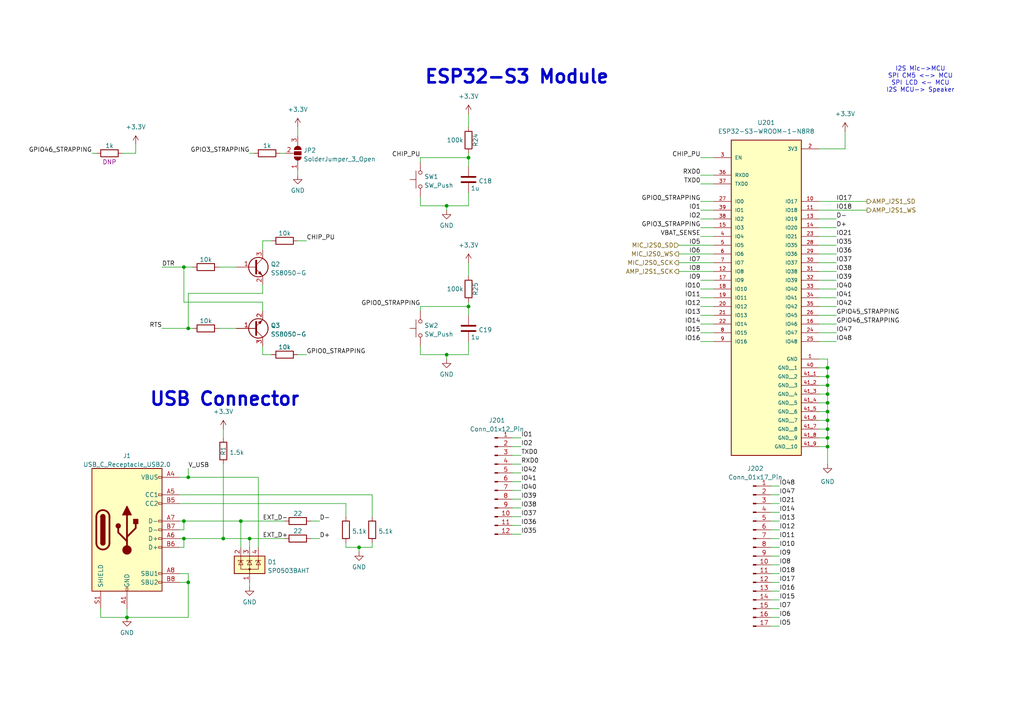
<source format=kicad_sch>
(kicad_sch (version 20250114) (generator "eeschema") (generator_version "9.0")
  (paper "A4")
  (lib_symbols
    (symbol "Connector:Conn_01x12_Pin" (pin_names (offset 1.016) (hide yes))
      (property "Reference" "J" (at 0 15.24 0))
      (property "Value" "Conn_01x12_Pin" (at 0 -17.78 0))
      (symbol "Conn_01x12_Pin_1_1"
        (rectangle (start 0.8636 12.827) (end 0 12.573) (stroke (width 0.1524)) (fill (type outline)))
        (rectangle (start 0.8636 10.287) (end 0 10.033) (stroke (width 0.1524)) (fill (type outline)))
        (rectangle (start 0.8636 7.747) (end 0 7.493) (stroke (width 0.1524)) (fill (type outline)))
        (rectangle (start 0.8636 5.207) (end 0 4.953) (stroke (width 0.1524)) (fill (type outline)))
        (rectangle (start 0.8636 2.667) (end 0 2.413) (stroke (width 0.1524)) (fill (type outline)))
        (rectangle (start 0.8636 0.127) (end 0 -0.127) (stroke (width 0.1524)) (fill (type outline)))
        (rectangle (start 0.8636 -2.413) (end 0 -2.667) (stroke (width 0.1524)) (fill (type outline)))
        (rectangle (start 0.8636 -4.953) (end 0 -5.207) (stroke (width 0.1524)) (fill (type outline)))
        (rectangle (start 0.8636 -7.493) (end 0 -7.747) (stroke (width 0.1524)) (fill (type outline)))
        (rectangle (start 0.8636 -10.033) (end 0 -10.287) (stroke (width 0.1524)) (fill (type outline)))
        (rectangle (start 0.8636 -12.573) (end 0 -12.827) (stroke (width 0.1524)) (fill (type outline)))
        (rectangle (start 0.8636 -15.113) (end 0 -15.367) (stroke (width 0.1524)) (fill (type outline)))
        (polyline (pts (xy 1.27 12.7) (xy 0.8636 12.7)) (stroke (width 0.1524)))
        (polyline (pts (xy 1.27 10.16) (xy 0.8636 10.16)) (stroke (width 0.1524)))
        (polyline (pts (xy 1.27 7.62) (xy 0.8636 7.62)) (stroke (width 0.1524)))
        (polyline (pts (xy 1.27 5.08) (xy 0.8636 5.08)) (stroke (width 0.1524)))
        (polyline (pts (xy 1.27 2.54) (xy 0.8636 2.54)) (stroke (width 0.1524)))
        (polyline (pts (xy 1.27 0) (xy 0.8636 0)) (stroke (width 0.1524)))
        (polyline (pts (xy 1.27 -2.54) (xy 0.8636 -2.54)) (stroke (width 0.1524)))
        (polyline (pts (xy 1.27 -5.08) (xy 0.8636 -5.08)) (stroke (width 0.1524)))
        (polyline (pts (xy 1.27 -7.62) (xy 0.8636 -7.62)) (stroke (width 0.1524)))
        (polyline (pts (xy 1.27 -10.16) (xy 0.8636 -10.16)) (stroke (width 0.1524)))
        (polyline (pts (xy 1.27 -12.7) (xy 0.8636 -12.7)) (stroke (width 0.1524)))
        (polyline (pts (xy 1.27 -15.24) (xy 0.8636 -15.24)) (stroke (width 0.1524)))
        (pin passive line (at 5.08 12.7 180) (length 3.81) (name "Pin_1") (number "1"))
        (pin passive line (at 5.08 10.16 180) (length 3.81) (name "Pin_2") (number "2"))
        (pin passive line (at 5.08 7.62 180) (length 3.81) (name "Pin_3") (number "3"))
        (pin passive line (at 5.08 5.08 180) (length 3.81) (name "Pin_4") (number "4"))
        (pin passive line (at 5.08 2.54 180) (length 3.81) (name "Pin_5") (number "5"))
        (pin passive line (at 5.08 0 180) (length 3.81) (name "Pin_6") (number "6"))
        (pin passive line (at 5.08 -2.54 180) (length 3.81) (name "Pin_7") (number "7"))
        (pin passive line (at 5.08 -5.08 180) (length 3.81) (name "Pin_8") (number "8"))
        (pin passive line (at 5.08 -7.62 180) (length 3.81) (name "Pin_9") (number "9"))
        (pin passive line (at 5.08 -10.16 180) (length 3.81) (name "Pin_10") (number "10"))
        (pin passive line (at 5.08 -12.7 180) (length 3.81) (name "Pin_11") (number "11"))
        (pin passive line (at 5.08 -15.24 180) (length 3.81) (name "Pin_12") (number "12"))
      )
    )
    (symbol "Connector:Conn_01x17_Pin" (pin_names (offset 1.016) (hide yes))
      (property "Reference" "J" (at 0 22.86 0))
      (property "Value" "Conn_01x17_Pin" (at 0 -22.86 0))
      (symbol "Conn_01x17_Pin_1_1"
        (rectangle (start 0.8636 20.447) (end 0 20.193) (stroke (width 0.1524)) (fill (type outline)))
        (rectangle (start 0.8636 17.907) (end 0 17.653) (stroke (width 0.1524)) (fill (type outline)))
        (rectangle (start 0.8636 15.367) (end 0 15.113) (stroke (width 0.1524)) (fill (type outline)))
        (rectangle (start 0.8636 12.827) (end 0 12.573) (stroke (width 0.1524)) (fill (type outline)))
        (rectangle (start 0.8636 10.287) (end 0 10.033) (stroke (width 0.1524)) (fill (type outline)))
        (rectangle (start 0.8636 7.747) (end 0 7.493) (stroke (width 0.1524)) (fill (type outline)))
        (rectangle (start 0.8636 5.207) (end 0 4.953) (stroke (width 0.1524)) (fill (type outline)))
        (rectangle (start 0.8636 2.667) (end 0 2.413) (stroke (width 0.1524)) (fill (type outline)))
        (rectangle (start 0.8636 0.127) (end 0 -0.127) (stroke (width 0.1524)) (fill (type outline)))
        (rectangle (start 0.8636 -2.413) (end 0 -2.667) (stroke (width 0.1524)) (fill (type outline)))
        (rectangle (start 0.8636 -4.953) (end 0 -5.207) (stroke (width 0.1524)) (fill (type outline)))
        (rectangle (start 0.8636 -7.493) (end 0 -7.747) (stroke (width 0.1524)) (fill (type outline)))
        (rectangle (start 0.8636 -10.033) (end 0 -10.287) (stroke (width 0.1524)) (fill (type outline)))
        (rectangle (start 0.8636 -12.573) (end 0 -12.827) (stroke (width 0.1524)) (fill (type outline)))
        (rectangle (start 0.8636 -15.113) (end 0 -15.367) (stroke (width 0.1524)) (fill (type outline)))
        (rectangle (start 0.8636 -17.653) (end 0 -17.907) (stroke (width 0.1524)) (fill (type outline)))
        (rectangle (start 0.8636 -20.193) (end 0 -20.447) (stroke (width 0.1524)) (fill (type outline)))
        (polyline (pts (xy 1.27 20.32) (xy 0.8636 20.32)) (stroke (width 0.1524)))
        (polyline (pts (xy 1.27 17.78) (xy 0.8636 17.78)) (stroke (width 0.1524)))
        (polyline (pts (xy 1.27 15.24) (xy 0.8636 15.24)) (stroke (width 0.1524)))
        (polyline (pts (xy 1.27 12.7) (xy 0.8636 12.7)) (stroke (width 0.1524)))
        (polyline (pts (xy 1.27 10.16) (xy 0.8636 10.16)) (stroke (width 0.1524)))
        (polyline (pts (xy 1.27 7.62) (xy 0.8636 7.62)) (stroke (width 0.1524)))
        (polyline (pts (xy 1.27 5.08) (xy 0.8636 5.08)) (stroke (width 0.1524)))
        (polyline (pts (xy 1.27 2.54) (xy 0.8636 2.54)) (stroke (width 0.1524)))
        (polyline (pts (xy 1.27 0) (xy 0.8636 0)) (stroke (width 0.1524)))
        (polyline (pts (xy 1.27 -2.54) (xy 0.8636 -2.54)) (stroke (width 0.1524)))
        (polyline (pts (xy 1.27 -5.08) (xy 0.8636 -5.08)) (stroke (width 0.1524)))
        (polyline (pts (xy 1.27 -7.62) (xy 0.8636 -7.62)) (stroke (width 0.1524)))
        (polyline (pts (xy 1.27 -10.16) (xy 0.8636 -10.16)) (stroke (width 0.1524)))
        (polyline (pts (xy 1.27 -12.7) (xy 0.8636 -12.7)) (stroke (width 0.1524)))
        (polyline (pts (xy 1.27 -15.24) (xy 0.8636 -15.24)) (stroke (width 0.1524)))
        (polyline (pts (xy 1.27 -17.78) (xy 0.8636 -17.78)) (stroke (width 0.1524)))
        (polyline (pts (xy 1.27 -20.32) (xy 0.8636 -20.32)) (stroke (width 0.1524)))
        (pin passive line (at 5.08 20.32 180) (length 3.81) (name "Pin_1") (number "1"))
        (pin passive line (at 5.08 17.78 180) (length 3.81) (name "Pin_2") (number "2"))
        (pin passive line (at 5.08 15.24 180) (length 3.81) (name "Pin_3") (number "3"))
        (pin passive line (at 5.08 12.7 180) (length 3.81) (name "Pin_4") (number "4"))
        (pin passive line (at 5.08 10.16 180) (length 3.81) (name "Pin_5") (number "5"))
        (pin passive line (at 5.08 7.62 180) (length 3.81) (name "Pin_6") (number "6"))
        (pin passive line (at 5.08 5.08 180) (length 3.81) (name "Pin_7") (number "7"))
        (pin passive line (at 5.08 2.54 180) (length 3.81) (name "Pin_8") (number "8"))
        (pin passive line (at 5.08 0 180) (length 3.81) (name "Pin_9") (number "9"))
        (pin passive line (at 5.08 -2.54 180) (length 3.81) (name "Pin_10") (number "10"))
        (pin passive line (at 5.08 -5.08 180) (length 3.81) (name "Pin_11") (number "11"))
        (pin passive line (at 5.08 -7.62 180) (length 3.81) (name "Pin_12") (number "12"))
        (pin passive line (at 5.08 -10.16 180) (length 3.81) (name "Pin_13") (number "13"))
        (pin passive line (at 5.08 -12.7 180) (length 3.81) (name "Pin_14") (number "14"))
        (pin passive line (at 5.08 -15.24 180) (length 3.81) (name "Pin_15") (number "15"))
        (pin passive line (at 5.08 -17.78 180) (length 3.81) (name "Pin_16") (number "16"))
        (pin passive line (at 5.08 -20.32 180) (length 3.81) (name "Pin_17") (number "17"))
      )
    )
    (symbol "Connector:USB_C_Receptacle_USB2.0" (pin_names (offset 1.016))
      (property "Reference" "J" (at -10.16 19.05 0))
      (property "Value" "USB_C_Receptacle_USB2.0" (at 19.05 19.05 0))
      (symbol "USB_C_Receptacle_USB2.0_0_0"
        (rectangle (start -0.254 -17.78) (end 0.254 -16.764))
        (rectangle (start 10.16 15.494) (end 9.144 14.986))
        (rectangle (start 10.16 10.414) (end 9.144 9.906))
        (rectangle (start 10.16 7.874) (end 9.144 7.366))
        (rectangle (start 10.16 2.794) (end 9.144 2.286))
        (rectangle (start 10.16 0.254) (end 9.144 -0.254))
        (rectangle (start 10.16 -2.286) (end 9.144 -2.794))
        (rectangle (start 10.16 -4.826) (end 9.144 -5.334))
        (rectangle (start 10.16 -12.446) (end 9.144 -12.954))
        (rectangle (start 10.16 -14.986) (end 9.144 -15.494))
      )
      (symbol "USB_C_Receptacle_USB2.0_0_1"
        (rectangle (start -10.16 17.78) (end 10.16 -17.78) (stroke (width 0.254)) (fill (type background)))
        (polyline (pts (xy -8.89 -3.81) (xy -8.89 3.81)) (stroke (width 0.508)))
        (rectangle (start -7.62 -3.81) (end -6.35 3.81) (stroke (width 0.254)) (fill (type outline)))
        (arc (start -7.62 3.81) (mid -6.985 4.4422) (end -6.35 3.81) (stroke (width 0.254)))
        (arc (start -7.62 3.81) (mid -6.985 4.4422) (end -6.35 3.81) (stroke (width 0.254)) (fill (type outline)))
        (arc (start -8.89 3.81) (mid -6.985 5.7066) (end -5.08 3.81) (stroke (width 0.508)))
        (arc (start -5.08 -3.81) (mid -6.985 -5.7066) (end -8.89 -3.81) (stroke (width 0.508)))
        (arc (start -6.35 -3.81) (mid -6.985 -4.4422) (end -7.62 -3.81) (stroke (width 0.254)))
        (arc (start -6.35 -3.81) (mid -6.985 -4.4422) (end -7.62 -3.81) (stroke (width 0.254)) (fill (type outline)))
        (polyline (pts (xy -5.08 3.81) (xy -5.08 -3.81)) (stroke (width 0.508)))
        (circle (center -2.54 1.143) (radius 0.635) (stroke (width 0.254)) (fill (type outline)))
        (polyline (pts (xy -1.27 4.318) (xy 0 6.858) (xy 1.27 4.318) (xy -1.27 4.318)) (stroke (width 0.254)) (fill (type outline)))
        (polyline (pts (xy 0 -2.032) (xy 2.54 0.508) (xy 2.54 1.778)) (stroke (width 0.508)))
        (polyline (pts (xy 0 -3.302) (xy -2.54 -0.762) (xy -2.54 0.508)) (stroke (width 0.508)))
        (polyline (pts (xy 0 -5.842) (xy 0 4.318)) (stroke (width 0.508)))
        (circle (center 0 -5.842) (radius 1.27) (fill (type outline)))
        (rectangle (start 1.905 1.778) (end 3.175 3.048) (stroke (width 0.254)) (fill (type outline)))
      )
      (symbol "USB_C_Receptacle_USB2.0_1_1"
        (pin passive line (at -7.62 -22.86 90) (length 5.08) (name "SHIELD") (number "S1"))
        (pin passive line (at 0 -22.86 90) (length 5.08) (name "GND") (number "A1"))
        (pin passive line (at 0 -22.86 90) (length 5.08) (hide yes) (name "GND") (number "A12"))
        (pin passive line (at 0 -22.86 90) (length 5.08) (hide yes) (name "GND") (number "B1"))
        (pin passive line (at 0 -22.86 90) (length 5.08) (hide yes) (name "GND") (number "B12"))
        (pin passive line (at 15.24 15.24 180) (length 5.08) (name "VBUS") (number "A4"))
        (pin passive line (at 15.24 15.24 180) (length 5.08) (hide yes) (name "VBUS") (number "A9"))
        (pin passive line (at 15.24 15.24 180) (length 5.08) (hide yes) (name "VBUS") (number "B4"))
        (pin passive line (at 15.24 15.24 180) (length 5.08) (hide yes) (name "VBUS") (number "B9"))
        (pin bidirectional line (at 15.24 10.16 180) (length 5.08) (name "CC1") (number "A5"))
        (pin bidirectional line (at 15.24 7.62 180) (length 5.08) (name "CC2") (number "B5"))
        (pin bidirectional line (at 15.24 2.54 180) (length 5.08) (name "D-") (number "A7"))
        (pin bidirectional line (at 15.24 0 180) (length 5.08) (name "D-") (number "B7"))
        (pin bidirectional line (at 15.24 -2.54 180) (length 5.08) (name "D+") (number "A6"))
        (pin bidirectional line (at 15.24 -5.08 180) (length 5.08) (name "D+") (number "B6"))
        (pin bidirectional line (at 15.24 -12.7 180) (length 5.08) (name "SBU1") (number "A8"))
        (pin bidirectional line (at 15.24 -15.24 180) (length 5.08) (name "SBU2") (number "B8"))
      )
    )
    (symbol "Device:Q_NPN_BEC" (pin_names (offset 0) (hide yes))
      (property "Reference" "Q" (at 5.08 1.27 0))
      (property "Value" "Q_NPN_BEC" (at 5.08 -1.27 0))
      (symbol "Q_NPN_BEC_0_1"
        (polyline (pts (xy 0.635 1.905) (xy 0.635 -1.905) (xy 0.635 -1.905)) (stroke (width 0.508)))
        (polyline (pts (xy 0.635 0.635) (xy 2.54 2.54)))
        (polyline (pts (xy 0.635 -0.635) (xy 2.54 -2.54) (xy 2.54 -2.54)))
        (circle (center 1.27 0) (radius 2.8194) (stroke (width 0.254)))
        (polyline (pts (xy 1.27 -1.778) (xy 1.778 -1.27) (xy 2.286 -2.286) (xy 1.27 -1.778) (xy 1.27 -1.778)) (fill (type outline)))
      )
      (symbol "Q_NPN_BEC_1_1"
        (pin input line (at -5.08 0 0) (length 5.715) (name "B") (number "1"))
        (pin passive line (at 2.54 5.08 270) (length 2.54) (name "C") (number "3"))
        (pin passive line (at 2.54 -5.08 90) (length 2.54) (name "E") (number "2"))
      )
    )
    (symbol "ESP32-S3-WROOM-1-N8R8:ESP32-S3-WROOM-1-N8R8" (pin_names (offset 1.016))
      (property "Reference" "U" (at -10.16 34.1122 0))
      (property "Value" "ESP32-S3-WROOM-1-N8R8" (at -10.16 -60.96 0))
      (symbol "ESP32-S3-WROOM-1-N8R8_0_0"
        (rectangle (start -10.16 -58.42) (end 10.16 33.02) (stroke (width 0.254)) (fill (type background)))
        (pin input line (at -15.24 27.94 0) (length 5.08) (name "EN") (number "3"))
        (pin bidirectional line (at -15.24 22.86 0) (length 5.08) (name "RXD0") (number "36"))
        (pin bidirectional line (at -15.24 20.32 0) (length 5.08) (name "TXD0") (number "37"))
        (pin bidirectional line (at -15.24 15.24 0) (length 5.08) (name "IO0") (number "27"))
        (pin bidirectional line (at -15.24 12.7 0) (length 5.08) (name "IO1") (number "39"))
        (pin bidirectional line (at -15.24 10.16 0) (length 5.08) (name "IO2") (number "38"))
        (pin bidirectional line (at -15.24 7.62 0) (length 5.08) (name "IO3") (number "15"))
        (pin bidirectional line (at -15.24 5.08 0) (length 5.08) (name "IO4") (number "4"))
        (pin bidirectional line (at -15.24 2.54 0) (length 5.08) (name "IO5") (number "5"))
        (pin bidirectional line (at -15.24 0 0) (length 5.08) (name "IO6") (number "6"))
        (pin bidirectional line (at -15.24 -2.54 0) (length 5.08) (name "IO7") (number "7"))
        (pin bidirectional line (at -15.24 -5.08 0) (length 5.08) (name "IO8") (number "12"))
        (pin bidirectional line (at -15.24 -7.62 0) (length 5.08) (name "IO9") (number "17"))
        (pin bidirectional line (at -15.24 -10.16 0) (length 5.08) (name "IO10") (number "18"))
        (pin bidirectional line (at -15.24 -12.7 0) (length 5.08) (name "IO11") (number "19"))
        (pin bidirectional line (at -15.24 -15.24 0) (length 5.08) (name "IO12") (number "20"))
        (pin bidirectional line (at -15.24 -17.78 0) (length 5.08) (name "IO13") (number "21"))
        (pin bidirectional line (at -15.24 -20.32 0) (length 5.08) (name "IO14") (number "22"))
        (pin bidirectional line (at -15.24 -22.86 0) (length 5.08) (name "IO15") (number "8"))
        (pin bidirectional line (at -15.24 -25.4 0) (length 5.08) (name "IO16") (number "9"))
        (pin power_in line (at 15.24 30.48 180) (length 5.08) (name "3V3") (number "2"))
        (pin bidirectional line (at 15.24 15.24 180) (length 5.08) (name "IO17") (number "10"))
        (pin bidirectional line (at 15.24 12.7 180) (length 5.08) (name "IO18") (number "11"))
        (pin bidirectional line (at 15.24 10.16 180) (length 5.08) (name "IO19") (number "13"))
        (pin bidirectional line (at 15.24 7.62 180) (length 5.08) (name "IO20") (number "14"))
        (pin bidirectional line (at 15.24 5.08 180) (length 5.08) (name "IO21") (number "23"))
        (pin bidirectional line (at 15.24 2.54 180) (length 5.08) (name "IO35") (number "28"))
        (pin bidirectional line (at 15.24 0 180) (length 5.08) (name "IO36") (number "29"))
        (pin bidirectional line (at 15.24 -2.54 180) (length 5.08) (name "IO37") (number "30"))
        (pin bidirectional line (at 15.24 -5.08 180) (length 5.08) (name "IO38") (number "31"))
        (pin bidirectional line (at 15.24 -7.62 180) (length 5.08) (name "IO39") (number "32"))
        (pin bidirectional line (at 15.24 -10.16 180) (length 5.08) (name "IO40") (number "33"))
        (pin bidirectional line (at 15.24 -12.7 180) (length 5.08) (name "IO41") (number "34"))
        (pin bidirectional line (at 15.24 -15.24 180) (length 5.08) (name "IO42") (number "35"))
        (pin bidirectional line (at 15.24 -17.78 180) (length 5.08) (name "IO45") (number "26"))
        (pin bidirectional line (at 15.24 -20.32 180) (length 5.08) (name "IO46") (number "16"))
        (pin bidirectional line (at 15.24 -22.86 180) (length 5.08) (name "IO47") (number "24"))
        (pin bidirectional line (at 15.24 -25.4 180) (length 5.08) (name "IO48") (number "25"))
        (pin power_in line (at 15.24 -30.48 180) (length 5.08) (name "GND") (number "1"))
        (pin power_in line (at 15.24 -33.02 180) (length 5.08) (name "GND__1") (number "40"))
        (pin power_in line (at 15.24 -35.56 180) (length 5.08) (name "GND__2") (number "41_1"))
        (pin power_in line (at 15.24 -38.1 180) (length 5.08) (name "GND__3") (number "41_2"))
        (pin power_in line (at 15.24 -40.64 180) (length 5.08) (name "GND__4") (number "41_3"))
        (pin power_in line (at 15.24 -43.18 180) (length 5.08) (name "GND__5") (number "41_4"))
        (pin power_in line (at 15.24 -45.72 180) (length 5.08) (name "GND__6") (number "41_5"))
        (pin power_in line (at 15.24 -48.26 180) (length 5.08) (name "GND__7") (number "41_6"))
        (pin power_in line (at 15.24 -50.8 180) (length 5.08) (name "GND__8") (number "41_7"))
        (pin power_in line (at 15.24 -53.34 180) (length 5.08) (name "GND__9") (number "41_8"))
        (pin power_in line (at 15.24 -55.88 180) (length 5.08) (name "GND__10") (number "41_9"))
      )
    )
    (symbol "GND_1" (power) (pin_numbers (hide yes)) (pin_names (offset 0) (hide yes))
      (property "Value" "GND" (at 0 -3.81 0))
      (symbol "GND_1_0_1"
        (polyline (pts (xy 0 0) (xy 0 -1.27) (xy 1.27 -1.27) (xy 0 -2.54) (xy -1.27 -1.27) (xy 0 -1.27)))
      )
      (symbol "GND_1_1_1"
        (pin power_in line (at 0 0 270) (length 0) (name "~") (number "1"))
      )
    )
    (symbol "Jumper:SolderJumper_3_Open" (pin_names (offset 0) (hide yes))
      (property "Reference" "JP" (at -2.54 -2.54 0))
      (property "Value" "SolderJumper_3_Open" (at 0 2.794 0))
      (symbol "SolderJumper_3_Open_0_1"
        (polyline (pts (xy -2.54 0) (xy -2.032 0)))
        (polyline (pts (xy -1.016 1.016) (xy -1.016 -1.016)))
        (arc (start -1.016 -1.016) (mid -2.0275 0) (end -1.016 1.016))
        (arc (start -1.016 -1.016) (mid -2.0275 0) (end -1.016 1.016) (fill (type outline)))
        (rectangle (start -0.508 1.016) (end 0.508 -1.016) (fill (type outline)))
        (polyline (pts (xy 0 -1.27) (xy 0 -1.016)))
        (arc (start 1.016 1.016) (mid 2.0275 0) (end 1.016 -1.016))
        (arc (start 1.016 1.016) (mid 2.0275 0) (end 1.016 -1.016) (fill (type outline)))
        (polyline (pts (xy 1.016 1.016) (xy 1.016 -1.016)))
        (polyline (pts (xy 2.54 0) (xy 2.032 0)))
      )
      (symbol "SolderJumper_3_Open_1_1"
        (pin passive line (at -5.08 0 0) (length 2.54) (name "A") (number "1"))
        (pin passive line (at 0 -3.81 90) (length 2.54) (name "C") (number "2"))
        (pin passive line (at 5.08 0 180) (length 2.54) (name "B") (number "3"))
      )
    )
    (symbol "Power_Protection:SP0503BAHT" (pin_names (hide yes))
      (property "Reference" "D" (at 5.715 2.54 0))
      (property "Value" "SP0503BAHT" (at 5.715 0.635 0))
      (symbol "SP0503BAHT_0_0"
        (pin passive line (at 0 -5.08 90) (length 2.54) (name "A") (number "1"))
      )
      (symbol "SP0503BAHT_0_1"
        (rectangle (start -4.445 2.54) (end 4.445 -2.54) (stroke (width 0.254)) (fill (type background)))
        (polyline (pts (xy -3.302 1.016) (xy -3.302 1.27) (xy -1.905 1.27) (xy -1.778 1.27)))
        (polyline (pts (xy -2.54 2.54) (xy -2.54 1.27)))
        (polyline (pts (xy -2.54 1.27) (xy -2.54 -1.27) (xy 2.54 -1.27) (xy 2.54 1.27)))
        (polyline (pts (xy -2.54 1.27) (xy -1.905 0) (xy -3.175 0) (xy -2.54 1.27)))
        (polyline (pts (xy 0 2.54) (xy 0 1.27)))
        (polyline (pts (xy 0 -1.27) (xy 0 1.27)))
        (polyline (pts (xy 0 -1.27) (xy 0 -2.54)))
        (circle (center 0 -1.27) (radius 0.254) (fill (type outline)))
        (polyline (pts (xy 0.635 1.27) (xy 0.762 1.27)))
        (polyline (pts (xy 0.635 1.27) (xy -0.762 1.27) (xy -0.762 1.016)))
        (polyline (pts (xy 0.635 0) (xy -0.635 0) (xy 0 1.27) (xy 0.635 0)))
        (polyline (pts (xy 1.778 1.016) (xy 1.778 1.27) (xy 3.175 1.27) (xy 3.302 1.27)))
        (polyline (pts (xy 2.54 2.54) (xy 2.54 1.27)))
        (polyline (pts (xy 2.54 1.27) (xy 1.905 0) (xy 3.175 0) (xy 2.54 1.27)))
      )
      (symbol "SP0503BAHT_1_1"
        (pin passive line (at -2.54 5.08 270) (length 2.54) (name "K") (number "2"))
        (pin passive line (at 0 5.08 270) (length 2.54) (name "K") (number "3"))
        (pin passive line (at 2.54 5.08 270) (length 2.54) (name "K") (number "4"))
      )
    )
    (symbol "Switch:SW_Push" (pin_numbers (hide yes)) (pin_names (offset 1.016) (hide yes))
      (property "Reference" "SW" (at 1.27 2.54 0))
      (property "Value" "SW_Push" (at 0 -1.524 0))
      (symbol "SW_Push_0_1"
        (circle (center -2.032 0) (radius 0.508))
        (polyline (pts (xy 0 1.27) (xy 0 3.048)))
        (circle (center 2.032 0) (radius 0.508))
        (polyline (pts (xy 2.54 1.27) (xy -2.54 1.27)))
        (pin passive line (at -5.08 0 0) (length 2.54) (name "1") (number "1"))
        (pin passive line (at 5.08 0 180) (length 2.54) (name "2") (number "2"))
      )
    )
    (symbol "basic:C" (pin_numbers (hide yes)) (pin_names (offset 0.254))
      (property "Reference" "C" (at 0.635 2.54 0))
      (symbol "C_0_1"
        (polyline (pts (xy -2.032 0.762) (xy 2.032 0.762)) (stroke (width 0.508)))
        (polyline (pts (xy -2.032 -0.762) (xy 2.032 -0.762)) (stroke (width 0.508)))
      )
      (symbol "C_1_1"
        (pin passive line (at 0 3.81 270) (length 2.794) (name "~") (number "1"))
        (pin passive line (at 0 -3.81 90) (length 2.794) (name "~") (number "2"))
      )
    )
    (symbol "basic:R" (pin_numbers (hide yes)) (pin_names (offset 0))
      (property "Value" "R" (at 0 0 90))
      (symbol "R_0_1"
        (rectangle (start -1.016 -2.54) (end 1.016 2.54) (stroke (width 0.254)))
      )
      (symbol "R_1_1"
        (pin passive line (at 0 3.81 270) (length 1.27) (name "~") (number "1"))
        (pin passive line (at 0 -3.81 90) (length 1.27) (name "~") (number "2"))
      )
    )
    (symbol "power:+3.3V" (power) (pin_numbers (hide yes)) (pin_names (offset 0) (hide yes))
      (property "Value" "+3.3V" (at 0 3.556 0))
      (symbol "+3.3V_0_1"
        (polyline (pts (xy -0.762 1.27) (xy 0 2.54)))
        (polyline (pts (xy 0 2.54) (xy 0.762 1.27)))
        (polyline (pts (xy 0 0) (xy 0 2.54)))
      )
      (symbol "+3.3V_1_1"
        (pin power_in line (at 0 0 90) (length 0) (name "~") (number "1"))
      )
    )
    (symbol "power:GND" (power) (pin_names (offset 0))
      (property "Value" "GND" (at 0 -3.81 0))
      (symbol "GND_0_1"
        (polyline (pts (xy 0 0) (xy 0 -1.27) (xy 1.27 -1.27) (xy 0 -2.54) (xy -1.27 -1.27) (xy 0 -1.27)))
      )
      (symbol "GND_1_1"
        (pin power_in line (at 0 0 270) (length 0) (hide yes) (name "GND") (number "1"))
      )
    )
  )
  (text "I2S Mic->MCU\nSPI CM5 <-> MCU\nSPI LCD <- MCU\nI2S MCU-> Speaker" (at 266.954 23.114 0) (effects (font (size 1.27 1.27))))
  (text "ESP32-S3 Module" (at 122.936 24.638 0) (effects (font (size 3.81 3.81) (thickness 0.762) (bold yes)) (justify left bottom)))
  (text "USB Connector" (at 43.18 118.11 0) (effects (font (size 3.81 3.81) (thickness 0.762) (bold yes)) (justify left bottom)))
  (junction (at 69.85 151.13))
  (junction (at 240.03 129.54))
  (junction (at 240.03 121.92))
  (junction (at 54.61 95.25))
  (junction (at 240.03 109.22))
  (junction (at 54.61 168.91))
  (junction (at 240.03 111.76))
  (junction (at 54.61 138.43))
  (junction (at 240.03 106.68))
  (junction (at 240.03 116.84))
  (junction (at 129.54 59.69))
  (junction (at 135.89 45.72))
  (junction (at 104.14 158.75))
  (junction (at 240.03 127))
  (junction (at 36.83 179.07))
  (junction (at 64.77 156.21))
  (junction (at 53.34 151.13))
  (junction (at 53.34 77.47))
  (junction (at 240.03 114.3))
  (junction (at 240.03 124.46))
  (junction (at 53.34 156.21))
  (junction (at 129.54 102.87))
  (junction (at 240.03 119.38))
  (junction (at 72.39 156.21))
  (junction (at 135.89 88.9))
  (wire (pts (xy 86.36 36.83) (xy 86.36 39.37)))
  (wire (pts (xy 226.06 158.75) (xy 223.52 158.75)))
  (wire (pts (xy 196.85 71.12) (xy 207.01 71.12)))
  (wire (pts (xy 53.34 77.47) (xy 55.88 77.47)))
  (wire (pts (xy 203.2 45.72) (xy 207.01 45.72)))
  (wire (pts (xy 226.06 163.83) (xy 223.52 163.83)))
  (wire (pts (xy 69.85 151.13) (xy 82.55 151.13)))
  (wire (pts (xy 39.37 41.91) (xy 39.37 44.45)))
  (wire (pts (xy 237.49 127) (xy 240.03 127)))
  (wire (pts (xy 121.92 46.99) (xy 121.92 45.72)))
  (wire (pts (xy 54.61 168.91) (xy 52.07 168.91)))
  (wire (pts (xy 203.2 53.34) (xy 207.01 53.34)))
  (wire (pts (xy 237.49 104.14) (xy 240.03 104.14)))
  (wire (pts (xy 72.39 156.21) (xy 82.55 156.21)))
  (wire (pts (xy 151.13 152.4) (xy 148.59 152.4)))
  (wire (pts (xy 237.49 109.22) (xy 240.03 109.22)))
  (wire (pts (xy 151.13 132.08) (xy 148.59 132.08)))
  (wire (pts (xy 237.49 106.68) (xy 240.03 106.68)))
  (wire (pts (xy 76.2 85.09) (xy 54.61 85.09)))
  (wire (pts (xy 242.57 71.12) (xy 237.49 71.12)))
  (wire (pts (xy 203.2 86.36) (xy 207.01 86.36)))
  (wire (pts (xy 135.89 99.06) (xy 135.89 102.87)))
  (wire (pts (xy 121.92 45.72) (xy 135.89 45.72)))
  (wire (pts (xy 240.03 129.54) (xy 237.49 129.54)))
  (wire (pts (xy 53.34 156.21) (xy 64.77 156.21)))
  (wire (pts (xy 151.13 154.94) (xy 148.59 154.94)))
  (wire (pts (xy 151.13 137.16) (xy 148.59 137.16)))
  (wire (pts (xy 203.2 63.5) (xy 207.01 63.5)))
  (wire (pts (xy 90.17 156.21) (xy 92.71 156.21)))
  (wire (pts (xy 237.49 121.92) (xy 240.03 121.92)))
  (wire (pts (xy 53.34 151.13) (xy 69.85 151.13)))
  (wire (pts (xy 226.06 153.67) (xy 223.52 153.67)))
  (wire (pts (xy 76.2 102.87) (xy 78.74 102.87)))
  (wire (pts (xy 203.2 50.8) (xy 207.01 50.8)))
  (wire (pts (xy 107.95 158.75) (xy 104.14 158.75)))
  (wire (pts (xy 203.2 60.96) (xy 207.01 60.96)))
  (wire (pts (xy 240.03 129.54) (xy 240.03 134.62)))
  (wire (pts (xy 74.93 138.43) (xy 74.93 158.75)))
  (wire (pts (xy 240.03 116.84) (xy 240.03 119.38)))
  (wire (pts (xy 242.57 68.58) (xy 237.49 68.58)))
  (wire (pts (xy 54.61 179.07) (xy 36.83 179.07)))
  (wire (pts (xy 242.57 63.5) (xy 237.49 63.5)))
  (wire (pts (xy 242.57 81.28) (xy 237.49 81.28)))
  (wire (pts (xy 52.07 166.37) (xy 54.61 166.37)))
  (wire (pts (xy 242.57 88.9) (xy 237.49 88.9)))
  (wire (pts (xy 240.03 109.22) (xy 240.03 111.76)))
  (wire (pts (xy 242.57 96.52) (xy 237.49 96.52)))
  (wire (pts (xy 245.11 38.1) (xy 245.11 43.18)))
  (wire (pts (xy 54.61 85.09) (xy 54.61 95.25)))
  (wire (pts (xy 237.49 124.46) (xy 240.03 124.46)))
  (wire (pts (xy 237.49 111.76) (xy 240.03 111.76)))
  (wire (pts (xy 151.13 139.7) (xy 148.59 139.7)))
  (wire (pts (xy 52.07 153.67) (xy 53.34 153.67)))
  (wire (pts (xy 196.85 76.2) (xy 207.01 76.2)))
  (wire (pts (xy 76.2 69.85) (xy 76.2 72.39)))
  (wire (pts (xy 242.57 99.06) (xy 237.49 99.06)))
  (wire (pts (xy 240.03 104.14) (xy 240.03 106.68)))
  (wire (pts (xy 226.06 171.45) (xy 223.52 171.45)))
  (wire (pts (xy 121.92 59.69) (xy 129.54 59.69)))
  (wire (pts (xy 203.2 96.52) (xy 207.01 96.52)))
  (wire (pts (xy 53.34 87.63) (xy 53.34 77.47)))
  (wire (pts (xy 135.89 102.87) (xy 129.54 102.87)))
  (wire (pts (xy 63.5 77.47) (xy 68.58 77.47)))
  (wire (pts (xy 64.77 156.21) (xy 72.39 156.21)))
  (wire (pts (xy 52.07 156.21) (xy 53.34 156.21)))
  (wire (pts (xy 135.89 88.9) (xy 135.89 91.44)))
  (wire (pts (xy 237.49 114.3) (xy 240.03 114.3)))
  (wire (pts (xy 54.61 138.43) (xy 54.61 135.89)))
  (wire (pts (xy 76.2 100.33) (xy 76.2 102.87)))
  (wire (pts (xy 64.77 134.62) (xy 64.77 156.21)))
  (wire (pts (xy 226.06 179.07) (xy 223.52 179.07)))
  (wire (pts (xy 86.36 102.87) (xy 88.9 102.87)))
  (wire (pts (xy 226.06 143.51) (xy 223.52 143.51)))
  (wire (pts (xy 46.99 77.47) (xy 53.34 77.47)))
  (wire (pts (xy 52.07 151.13) (xy 53.34 151.13)))
  (wire (pts (xy 52.07 143.51) (xy 107.95 143.51)))
  (wire (pts (xy 226.06 176.53) (xy 223.52 176.53)))
  (wire (pts (xy 72.39 168.91) (xy 72.39 170.18)))
  (wire (pts (xy 151.13 127) (xy 148.59 127)))
  (wire (pts (xy 135.89 87.63) (xy 135.89 88.9)))
  (wire (pts (xy 237.49 116.84) (xy 240.03 116.84)))
  (wire (pts (xy 107.95 143.51) (xy 107.95 149.86)))
  (wire (pts (xy 242.57 83.82) (xy 237.49 83.82)))
  (wire (pts (xy 203.2 68.58) (xy 207.01 68.58)))
  (wire (pts (xy 135.89 55.88) (xy 135.89 59.69)))
  (wire (pts (xy 46.99 95.25) (xy 54.61 95.25)))
  (wire (pts (xy 151.13 149.86) (xy 148.59 149.86)))
  (wire (pts (xy 135.89 33.02) (xy 135.89 36.83)))
  (wire (pts (xy 76.2 87.63) (xy 53.34 87.63)))
  (wire (pts (xy 107.95 157.48) (xy 107.95 158.75)))
  (wire (pts (xy 242.57 66.04) (xy 237.49 66.04)))
  (wire (pts (xy 240.03 111.76) (xy 240.03 114.3)))
  (wire (pts (xy 242.57 76.2) (xy 237.49 76.2)))
  (wire (pts (xy 104.14 158.75) (xy 104.14 160.02)))
  (wire (pts (xy 203.2 58.42) (xy 207.01 58.42)))
  (wire (pts (xy 135.89 76.2) (xy 135.89 80.01)))
  (wire (pts (xy 100.33 146.05) (xy 100.33 149.86)))
  (wire (pts (xy 69.85 151.13) (xy 69.85 158.75)))
  (wire (pts (xy 151.13 134.62) (xy 148.59 134.62)))
  (wire (pts (xy 226.06 181.61) (xy 223.52 181.61)))
  (wire (pts (xy 54.61 95.25) (xy 55.88 95.25)))
  (wire (pts (xy 203.2 83.82) (xy 207.01 83.82)))
  (wire (pts (xy 29.21 176.53) (xy 29.21 179.07)))
  (wire (pts (xy 121.92 57.15) (xy 121.92 59.69)))
  (wire (pts (xy 203.2 81.28) (xy 207.01 81.28)))
  (wire (pts (xy 226.06 168.91) (xy 223.52 168.91)))
  (wire (pts (xy 237.49 58.42) (xy 251.46 58.42)))
  (wire (pts (xy 54.61 138.43) (xy 74.93 138.43)))
  (wire (pts (xy 240.03 121.92) (xy 240.03 124.46)))
  (wire (pts (xy 203.2 99.06) (xy 207.01 99.06)))
  (wire (pts (xy 53.34 156.21) (xy 53.34 158.75)))
  (wire (pts (xy 52.07 146.05) (xy 100.33 146.05)))
  (wire (pts (xy 151.13 147.32) (xy 148.59 147.32)))
  (wire (pts (xy 240.03 127) (xy 240.03 129.54)))
  (wire (pts (xy 81.28 44.45) (xy 82.55 44.45)))
  (wire (pts (xy 90.17 151.13) (xy 92.71 151.13)))
  (wire (pts (xy 64.77 124.46) (xy 64.77 127)))
  (wire (pts (xy 226.06 151.13) (xy 223.52 151.13)))
  (wire (pts (xy 242.57 93.98) (xy 237.49 93.98)))
  (wire (pts (xy 121.92 88.9) (xy 135.89 88.9)))
  (wire (pts (xy 72.39 156.21) (xy 72.39 158.75)))
  (wire (pts (xy 223.52 140.97) (xy 226.06 140.97)))
  (wire (pts (xy 226.06 161.29) (xy 223.52 161.29)))
  (wire (pts (xy 52.07 158.75) (xy 53.34 158.75)))
  (wire (pts (xy 242.57 78.74) (xy 237.49 78.74)))
  (wire (pts (xy 135.89 45.72) (xy 135.89 48.26)))
  (wire (pts (xy 36.83 176.53) (xy 36.83 179.07)))
  (wire (pts (xy 86.36 49.53) (xy 86.36 50.8)))
  (wire (pts (xy 129.54 102.87) (xy 129.54 104.14)))
  (wire (pts (xy 29.21 179.07) (xy 36.83 179.07)))
  (wire (pts (xy 240.03 124.46) (xy 240.03 127)))
  (wire (pts (xy 226.06 166.37) (xy 223.52 166.37)))
  (wire (pts (xy 237.49 60.96) (xy 251.46 60.96)))
  (wire (pts (xy 76.2 90.17) (xy 76.2 87.63)))
  (wire (pts (xy 86.36 69.85) (xy 88.9 69.85)))
  (wire (pts (xy 240.03 106.68) (xy 240.03 109.22)))
  (wire (pts (xy 203.2 66.04) (xy 207.01 66.04)))
  (wire (pts (xy 226.06 146.05) (xy 223.52 146.05)))
  (wire (pts (xy 129.54 59.69) (xy 129.54 60.96)))
  (wire (pts (xy 72.39 44.45) (xy 73.66 44.45)))
  (wire (pts (xy 135.89 44.45) (xy 135.89 45.72)))
  (wire (pts (xy 237.49 43.18) (xy 245.11 43.18)))
  (wire (pts (xy 121.92 100.33) (xy 121.92 102.87)))
  (wire (pts (xy 151.13 142.24) (xy 148.59 142.24)))
  (wire (pts (xy 76.2 82.55) (xy 76.2 85.09)))
  (wire (pts (xy 54.61 166.37) (xy 54.61 168.91)))
  (wire (pts (xy 35.56 44.45) (xy 39.37 44.45)))
  (wire (pts (xy 196.85 78.74) (xy 207.01 78.74)))
  (wire (pts (xy 135.89 59.69) (xy 129.54 59.69)))
  (wire (pts (xy 53.34 153.67) (xy 53.34 151.13)))
  (wire (pts (xy 242.57 86.36) (xy 237.49 86.36)))
  (wire (pts (xy 151.13 129.54) (xy 148.59 129.54)))
  (wire (pts (xy 54.61 168.91) (xy 54.61 179.07)))
  (wire (pts (xy 226.06 173.99) (xy 223.52 173.99)))
  (wire (pts (xy 100.33 157.48) (xy 100.33 158.75)))
  (wire (pts (xy 78.74 69.85) (xy 76.2 69.85)))
  (wire (pts (xy 237.49 119.38) (xy 240.03 119.38)))
  (wire (pts (xy 151.13 144.78) (xy 148.59 144.78)))
  (wire (pts (xy 226.06 148.59) (xy 223.52 148.59)))
  (wire (pts (xy 121.92 102.87) (xy 129.54 102.87)))
  (wire (pts (xy 226.06 156.21) (xy 223.52 156.21)))
  (wire (pts (xy 203.2 93.98) (xy 207.01 93.98)))
  (wire (pts (xy 26.67 44.45) (xy 27.94 44.45)))
  (wire (pts (xy 63.5 95.25) (xy 68.58 95.25)))
  (wire (pts (xy 52.07 138.43) (xy 54.61 138.43)))
  (wire (pts (xy 203.2 91.44) (xy 207.01 91.44)))
  (wire (pts (xy 203.2 88.9) (xy 207.01 88.9)))
  (wire (pts (xy 242.57 73.66) (xy 237.49 73.66)))
  (wire (pts (xy 196.85 73.66) (xy 207.01 73.66)))
  (wire (pts (xy 242.57 91.44) (xy 237.49 91.44)))
  (wire (pts (xy 240.03 119.38) (xy 240.03 121.92)))
  (wire (pts (xy 121.92 90.17) (xy 121.92 88.9)))
  (wire (pts (xy 240.03 114.3) (xy 240.03 116.84)))
  (wire (pts (xy 100.33 158.75) (xy 104.14 158.75)))
  (label "IO7" (at 203.2 76.2 180))
  (label "IO10" (at 203.2 83.82 180))
  (label "IO42" (at 151.13 137.16 0))
  (label "IO6" (at 203.2 73.66 180))
  (label "IO16" (at 226.06 171.45 0))
  (label "IO14" (at 203.2 93.98 180))
  (label "IO2" (at 151.13 129.54 0))
  (label "IO35" (at 151.13 154.94 0))
  (label "IO12" (at 203.2 88.9 180))
  (label "IO35" (at 242.57 71.12 0))
  (label "GPIO0_STRAPPING" (at 203.2 58.42 180))
  (label "RTS" (at 46.99 95.25 180))
  (label "V_USB" (at 54.61 135.89 0))
  (label "IO5" (at 203.2 71.12 180))
  (label "D+" (at 92.71 156.21 0))
  (label "IO12" (at 226.06 153.67 0))
  (label "GPIO46_STRAPPING" (at 26.67 44.45 180))
  (label "DTR" (at 46.99 77.47 0))
  (label "IO11" (at 203.2 86.36 180))
  (label "CHIP_PU" (at 88.9 69.85 0))
  (label "IO40" (at 151.13 142.24 0))
  (label "IO15" (at 203.2 96.52 180))
  (label "IO16" (at 203.2 99.06 180))
  (label "GPIO46_STRAPPING" (at 242.57 93.98 0))
  (label "IO36" (at 151.13 152.4 0))
  (label "IO9" (at 203.2 81.28 180))
  (label "CHIP_PU" (at 203.2 45.72 180))
  (label "IO48" (at 242.57 99.06 0))
  (label "IO39" (at 242.57 81.28 0))
  (label "IO10" (at 226.06 158.75 0))
  (label "IO47" (at 226.06 143.51 0))
  (label "IO40" (at 242.57 83.82 0))
  (label "GPIO3_STRAPPING" (at 72.39 44.45 180))
  (label "RXD0" (at 203.2 50.8 180))
  (label "GPIO45_STRAPPING" (at 242.57 91.44 0))
  (label "IO21" (at 242.57 68.58 0))
  (label "IO18" (at 242.57 60.96 0))
  (label "IO17" (at 226.06 168.91 0))
  (label "IO41" (at 242.57 86.36 0))
  (label "IO36" (at 242.57 73.66 0))
  (label "TXD0" (at 151.13 132.08 0))
  (label "IO47" (at 242.57 96.52 0))
  (label "IO2" (at 203.2 63.5 180))
  (label "IO15" (at 226.06 173.99 0))
  (label "IO14" (at 226.06 148.59 0))
  (label "IO5" (at 226.06 181.61 0))
  (label "D+" (at 242.57 66.04 0))
  (label "CHIP_PU" (at 121.92 45.72 180))
  (label "IO21" (at 226.06 146.05 0))
  (label "RXD0" (at 151.13 134.62 0))
  (label "IO42" (at 242.57 88.9 0))
  (label "IO1" (at 203.2 60.96 180))
  (label "EXT_D-" (at 76.2 151.13 0))
  (label "IO41" (at 151.13 139.7 0))
  (label "IO38" (at 242.57 78.74 0))
  (label "GPIO3_STRAPPING" (at 203.2 66.04 180))
  (label "IO6" (at 226.06 179.07 0))
  (label "IO11" (at 226.06 156.21 0))
  (label "VBAT_SENSE" (at 203.2 68.58 180))
  (label "IO13" (at 226.06 151.13 0))
  (label "IO1" (at 151.13 127 0))
  (label "IO8" (at 203.2 78.74 180))
  (label "IO17" (at 242.57 58.42 0))
  (label "IO38" (at 151.13 147.32 0))
  (label "IO37" (at 242.57 76.2 0))
  (label "TXD0" (at 203.2 53.34 180))
  (label "IO37" (at 151.13 149.86 0))
  (label "D-" (at 242.57 63.5 0))
  (label "IO8" (at 226.06 163.83 0))
  (label "IO13" (at 203.2 91.44 180))
  (label "IO18" (at 226.06 166.37 0))
  (label "IO39" (at 151.13 144.78 0))
  (label "D-" (at 92.71 151.13 0))
  (label "GPIO0_STRAPPING" (at 121.92 88.9 180))
  (label "IO48" (at 226.06 140.97 0))
  (label "IO7" (at 226.06 176.53 0))
  (label "GPIO0_STRAPPING" (at 88.9 102.87 0))
  (label "IO9" (at 226.06 161.29 0))
  (label "EXT_D+" (at 76.2 156.21 0))
  (hierarchical_label "AMP_I2S1_SCK" (shape output) (at 196.85 78.74 180))
  (hierarchical_label "AMP_I2S1_WS" (shape output) (at 251.46 60.96 0))
  (hierarchical_label "MIC_I2S0_WS" (shape output) (at 196.85 73.66 180))
  (hierarchical_label "MIC_I2S0_SCK" (shape output) (at 196.85 76.2 180))
  (hierarchical_label "MIC_I2S0_SD" (shape input) (at 196.85 71.12 180))
  (hierarchical_label "AMP_I2S1_SD" (shape output) (at 251.46 58.42 0))
  (symbol (lib_id "power:GND") (at 86.36 50.8 0) (unit 1)
    (property "Reference" "#PWR043" (effects (hide yes)))
    (property "Value" "GND" (at 86.36 55.2434 0))
  )
  (symbol (lib_id "Connector:USB_C_Receptacle_USB2.0") (at 36.83 153.67 0) (unit 1)
    (property "Reference" "J1" (at 36.83 132.1902 0))
    (property "Value" "USB_C_Receptacle_USB2.0" (at 36.83 134.7271 0))
    (property "Footprint" "Connector_USB:USB_C_Receptacle_Amphenol_12401610E4-2A_CircularHoles" (effects (hide yes)))
    (property "Datasheet" "https://www.digikey.com/en/products/detail/amphenol-cs-commercial-products/12401610E4-2A/5775519" (effects (hide yes)))
  )
  (symbol (lib_id "Jumper:SolderJumper_3_Open") (at 86.36 44.45 270) (mirror x) (unit 1)
    (property "Reference" "JP2" (at 88.011 43.6153 90) (effects (justify left)))
    (property "Value" "SolderJumper_3_Open" (at 88.011 46.1522 90) (effects (justify left)))
    (property "Footprint" "Jumper:SolderJumper-3_P2.0mm_Open_TrianglePad1.0x1.5mm" (effects (hide yes)))
  )
  (symbol (lib_id "basic:R") (at 82.55 102.87 90) (unit 1)
    (property "Reference" "R19" (effects (hide yes)))
    (property "Value" "10k" (at 82.55 100.6912 90))
    (property "Footprint" "Resistor_SMD:R_0805_2012Metric" (effects (hide yes)))
  )
  (symbol (lib_id "power:GND") (at 129.54 60.96 0) (unit 1)
    (property "Reference" "#PWR051" (effects (hide yes)))
    (property "Value" "GND" (at 129.54 65.4034 0))
  )
  (symbol (lib_id "Power_Protection:SP0503BAHT") (at 72.39 163.83 0) (unit 1)
    (property "Reference" "D1" (at 77.597 162.9953 0) (effects (justify left)))
    (property "Value" "SP0503BAHT" (at 77.597 165.5322 0) (effects (justify left)))
    (property "Footprint" "Package_TO_SOT_SMD:SOT-143" (effects (hide yes)))
    (property "Datasheet" "http://www.littelfuse.com/~/media/files/littelfuse/technical%20resources/documents/data%20sheets/sp05xxba.pdf" (effects (hide yes)))
  )
  (symbol (lib_id "power:+3.3V") (at 86.36 36.83 0) (unit 1)
    (property "Reference" "#PWR0206" (effects (hide yes)))
    (property "Value" "+3.3V" (at 86.36 31.75 0))
    (property "Description" "Power symbol creates a global label with name \"+3.3V\"" (effects (hide yes)))
  )
  (symbol (lib_id "basic:R") (at 59.69 95.25 90) (unit 1)
    (property "Reference" "R14" (effects (hide yes)))
    (property "Value" "10k" (at 59.69 93.0712 90))
    (property "Footprint" "Resistor_SMD:R_0805_2012Metric" (effects (hide yes)))
  )
  (symbol (lib_id "power:GND") (at 72.39 170.18 0) (unit 1)
    (property "Reference" "#PWR05" (effects (hide yes)))
    (property "Value" "GND" (at 72.39 174.6234 0))
  )
  (symbol (lib_id "basic:R") (at 107.95 153.67 0) (unit 1)
    (property "Reference" "R8" (effects (hide yes)))
    (property "Value" "5.1k" (at 109.728 154.1038 0) (effects (justify left)))
    (property "Footprint" "Resistor_SMD:R_0603_1608Metric" (effects (hide yes)))
  )
  (symbol (lib_id "basic:R") (at 86.36 151.13 90) (unit 1)
    (property "Reference" "R3" (effects (hide yes)))
    (property "Value" "22" (at 86.36 148.9512 90))
    (property "Footprint" "Resistor_SMD:R_0603_1608Metric" (effects (hide yes)))
  )
  (symbol (lib_id "ESP32-S3-WROOM-1-N8R8:ESP32-S3-WROOM-1-N8R8") (at 222.25 73.66 0) (unit 1)
    (property "Reference" "U201" (at 222.25 35.56 0))
    (property "Value" "ESP32-S3-WROOM-1-N8R8" (at 222.25 38.1 0))
    (property "Footprint" "ESP32_S3_WROOM_1_N8R8:XCVR_ESP32S3WROOM1N8R8" (effects (hide yes)))
    (property "MF" "Espressif Systems" (effects (hide yes)))
    (property "DESCRIPTION" "Bluetooth, WiFi 802.11b/g/n, Bluetooth v5.0 Transceiver Module 2.4GHz PCB Trace Surface Mount" (effects (hide yes)))
    (property "PACKAGE" "SMD-41 Espressif Systems" (effects (hide yes)))
    (property "PRICE" "None" (effects (hide yes)))
    (property "MP" "ESP32S3WROOM1N8R8" (effects (hide yes)))
    (property "AVAILABILITY" "In Stock" (effects (hide yes)))
    (property "PURCHASE-URL" "https://pricing.snapeda.com/search/part/ESP32S3WROOM1N8R8/?ref=eda" (effects (hide yes)))
  )
  (symbol (lib_id "power:+3.3V") (at 245.11 38.1 0) (unit 1)
    (property "Reference" "#PWR0202" (effects (hide yes)))
    (property "Value" "+3.3V" (at 245.11 33.02 0))
    (property "Description" "Power symbol creates a global label with name \"+3.3V\"" (effects (hide yes)))
  )
  (symbol (lib_id "basic:R") (at 82.55 69.85 90) (unit 1)
    (property "Reference" "R18" (effects (hide yes)))
    (property "Value" "10k" (at 82.55 67.6712 90))
    (property "Footprint" "Resistor_SMD:R_0805_2012Metric" (effects (hide yes)))
  )
  (symbol (lib_id "Connector:Conn_01x12_Pin") (at 143.51 139.7 0) (unit 1)
    (property "Reference" "J201" (at 144.145 121.92 0))
    (property "Value" "Conn_01x12_Pin" (at 144.145 124.46 0))
    (property "Footprint" "Connector_PinSocket_2.54mm:PinSocket_1x12_P2.54mm_Vertical" (effects (hide yes)))
    (property "Description" "Generic connector, single row, 01x12, script generated" (effects (hide yes)))
  )
  (symbol (lib_id "Connector:Conn_01x17_Pin") (at 218.44 161.29 0) (unit 1)
    (property "Reference" "J202" (at 219.075 135.89 0))
    (property "Value" "Conn_01x17_Pin" (at 219.075 138.43 0))
    (property "Footprint" "Connector_PinSocket_2.54mm:PinSocket_1x17_P2.54mm_Vertical" (effects (hide yes)))
    (property "Description" "Generic connector, single row, 01x17, script generated" (effects (hide yes)))
  )
  (symbol (lib_id "power:+3.3V") (at 39.37 41.91 0) (unit 1)
    (property "Reference" "#PWR0205" (effects (hide yes)))
    (property "Value" "+3.3V" (at 39.37 36.83 0))
    (property "Description" "Power symbol creates a global label with name \"+3.3V\"" (effects (hide yes)))
  )
  (symbol (lib_id "power:GND") (at 104.14 160.02 0) (unit 1)
    (property "Reference" "#PWR08" (effects (hide yes)))
    (property "Value" "GND" (at 104.14 164.4634 0))
  )
  (symbol (lib_id "Switch:SW_Push") (at 121.92 95.25 90) (unit 1)
    (property "Reference" "SW2" (at 123.063 94.4153 90) (effects (justify right)))
    (property "Value" "SW_Push" (at 123.063 96.9522 90) (effects (justify right)))
    (property "Footprint" "Button_Switch_SMD:SW_SPST_B3S-1000" (effects (hide yes)))
    (property "Datasheet" "https://www.digikey.com/en/products/detail/omron-electronics-inc-emc-div/B3S-1000/20686" (effects (hide yes)))
  )
  (symbol (lib_id "power:+3.3V") (at 135.89 76.2 0) (unit 1)
    (property "Reference" "#PWR0208" (effects (hide yes)))
    (property "Value" "+3.3V" (at 135.89 71.12 0))
    (property "Description" "Power symbol creates a global label with name \"+3.3V\"" (effects (hide yes)))
  )
  (symbol (lib_id "basic:R") (at 31.75 44.45 90) (unit 1)
    (property "Reference" "R12" (effects (hide yes)))
    (property "Value" "1k" (at 31.75 42.2712 90))
    (property "Footprint" "Resistor_SMD:R_0805_2012Metric" (effects (hide yes)))
    (property "Note" "DNP" (at 31.75 46.99 90))
  )
  (symbol (lib_id "basic:C") (at 135.89 52.07 0) (unit 1)
    (property "Reference" "C18" (at 138.811 52.5038 0) (effects (justify left)))
    (property "Value" "1u" (at 136.525 54.61 0) (effects (justify left)))
    (property "Footprint" "Capacitor_SMD:C_0805_2012Metric" (effects (hide yes)))
  )
  (symbol (lib_id "power:+3.3V") (at 64.77 124.46 0) (unit 1)
    (property "Reference" "#PWR0204" (effects (hide yes)))
    (property "Value" "+3.3V" (at 64.77 119.38 0))
    (property "Description" "Power symbol creates a global label with name \"+3.3V\"" (effects (hide yes)))
  )
  (symbol (lib_id "power:GND") (at 129.54 104.14 0) (unit 1)
    (property "Reference" "#PWR052" (effects (hide yes)))
    (property "Value" "GND" (at 129.54 108.5834 0))
  )
  (symbol (lib_id "basic:R") (at 86.36 156.21 270) (unit 1)
    (property "Reference" "R4" (effects (hide yes)))
    (property "Value" "22" (at 86.36 154.0312 90))
    (property "Footprint" "Resistor_SMD:R_0603_1608Metric" (effects (hide yes)))
  )
  (symbol (lib_id "basic:R") (at 100.33 153.67 0) (unit 1)
    (property "Reference" "R7" (effects (hide yes)))
    (property "Value" "5.1k" (at 102.108 154.1038 0) (effects (justify left)))
    (property "Footprint" "Resistor_SMD:R_0603_1608Metric" (effects (hide yes)))
  )
  (symbol (lib_id "basic:R") (at 135.89 40.64 0) (unit 1)
    (property "Reference" "R24" (at 137.922 40.64 90))
    (property "Value" "100k" (at 129.54 40.64 0) (effects (justify left)))
    (property "Footprint" "Resistor_SMD:R_0805_2012Metric" (effects (hide yes)))
  )
  (symbol (lib_name "GND_1") (lib_id "power:GND") (at 240.03 134.62 0) (unit 1)
    (property "Reference" "#PWR0201" (effects (hide yes)))
    (property "Value" "GND" (at 240.03 139.7 0))
    (property "Description" "Power symbol creates a global label with name \"GND\" , ground" (effects (hide yes)))
  )
  (symbol (lib_id "Device:Q_NPN_BEC") (at 73.66 77.47 0) (unit 1)
    (property "Reference" "Q2" (at 78.5114 76.6353 0) (effects (justify left)))
    (property "Value" "SS8050-G" (at 78.5114 79.1722 0) (effects (justify left)))
    (property "Footprint" "Package_TO_SOT_SMD:SOT-23" (effects (hide yes)))
  )
  (symbol (lib_id "power:GND") (at 36.83 179.07 0) (unit 1)
    (property "Reference" "#PWR01" (effects (hide yes)))
    (property "Value" "GND" (at 36.83 183.5134 0))
  )
  (symbol (lib_id "power:+3.3V") (at 135.89 33.02 0) (unit 1)
    (property "Reference" "#PWR0207" (effects (hide yes)))
    (property "Value" "+3.3V" (at 135.89 27.94 0))
    (property "Description" "Power symbol creates a global label with name \"+3.3V\"" (effects (hide yes)))
  )
  (symbol (lib_id "basic:R") (at 59.69 77.47 90) (unit 1)
    (property "Reference" "R13" (effects (hide yes)))
    (property "Value" "10k" (at 59.69 75.2912 90))
    (property "Footprint" "Resistor_SMD:R_0805_2012Metric" (effects (hide yes)))
  )
  (symbol (lib_id "basic:R") (at 64.77 130.81 0) (unit 1)
    (property "Reference" "R1" (at 64.77 130.81 90))
    (property "Value" "1.5k" (at 66.548 131.2438 0) (effects (justify left)))
    (property "Footprint" "Resistor_SMD:R_0603_1608Metric" (effects (hide yes)))
  )
  (symbol (lib_id "Switch:SW_Push") (at 121.92 52.07 90) (unit 1)
    (property "Reference" "SW1" (at 123.063 51.2353 90) (effects (justify right)))
    (property "Value" "SW_Push" (at 123.063 53.7722 90) (effects (justify right)))
    (property "Footprint" "Button_Switch_SMD:SW_SPST_B3S-1000" (effects (hide yes)))
    (property "Datasheet" "https://www.digikey.com/en/products/detail/omron-electronics-inc-emc-div/B3S-1000/20686" (effects (hide yes)))
  )
  (symbol (lib_id "basic:R") (at 135.89 83.82 0) (unit 1)
    (property "Reference" "R25" (at 137.922 83.82 90))
    (property "Value" "100k" (at 129.54 83.82 0) (effects (justify left)))
    (property "Footprint" "Resistor_SMD:R_0805_2012Metric" (effects (hide yes)))
  )
  (symbol (lib_id "basic:C") (at 135.89 95.25 0) (unit 1)
    (property "Reference" "C19" (at 138.811 95.6838 0) (effects (justify left)))
    (property "Value" "1u" (at 136.525 97.79 0) (effects (justify left)))
    (property "Footprint" "Capacitor_SMD:C_0805_2012Metric" (effects (hide yes)))
  )
  (symbol (lib_id "Device:Q_NPN_BEC") (at 73.66 95.25 0) (mirror x) (unit 1)
    (property "Reference" "Q3" (at 78.5114 94.4153 0) (effects (justify left)))
    (property "Value" "SS8050-G" (at 78.5114 96.9522 0) (effects (justify left)))
    (property "Footprint" "Package_TO_SOT_SMD:SOT-23" (effects (hide yes)))
  )
  (symbol (lib_id "basic:R") (at 77.47 44.45 90) (unit 1)
    (property "Reference" "R17" (effects (hide yes)))
    (property "Value" "1k" (at 77.47 42.2712 90))
    (property "Footprint" "Resistor_SMD:R_0805_2012Metric" (effects (hide yes)))
  )
)
</source>
